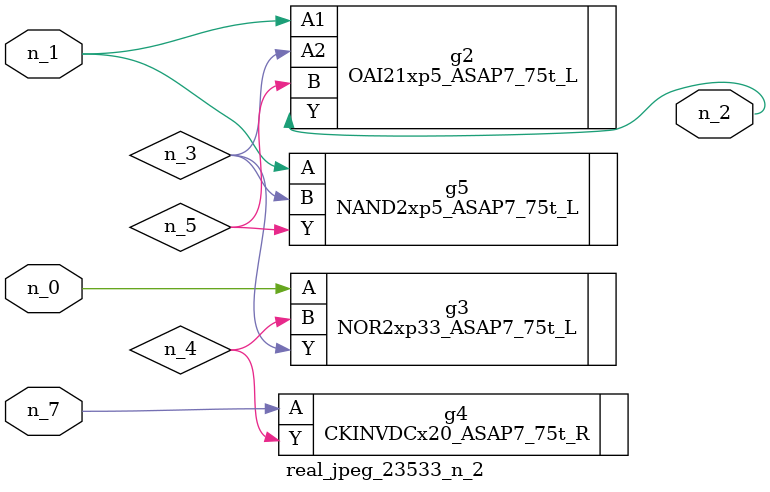
<source format=v>
module real_jpeg_23533_n_2 (n_1, n_0, n_7, n_2);

input n_1;
input n_0;
input n_7;

output n_2;

wire n_5;
wire n_4;
wire n_3;

NOR2xp33_ASAP7_75t_L g3 ( 
.A(n_0),
.B(n_4),
.Y(n_3)
);

OAI21xp5_ASAP7_75t_L g2 ( 
.A1(n_1),
.A2(n_3),
.B(n_5),
.Y(n_2)
);

NAND2xp5_ASAP7_75t_L g5 ( 
.A(n_1),
.B(n_3),
.Y(n_5)
);

CKINVDCx20_ASAP7_75t_R g4 ( 
.A(n_7),
.Y(n_4)
);


endmodule
</source>
